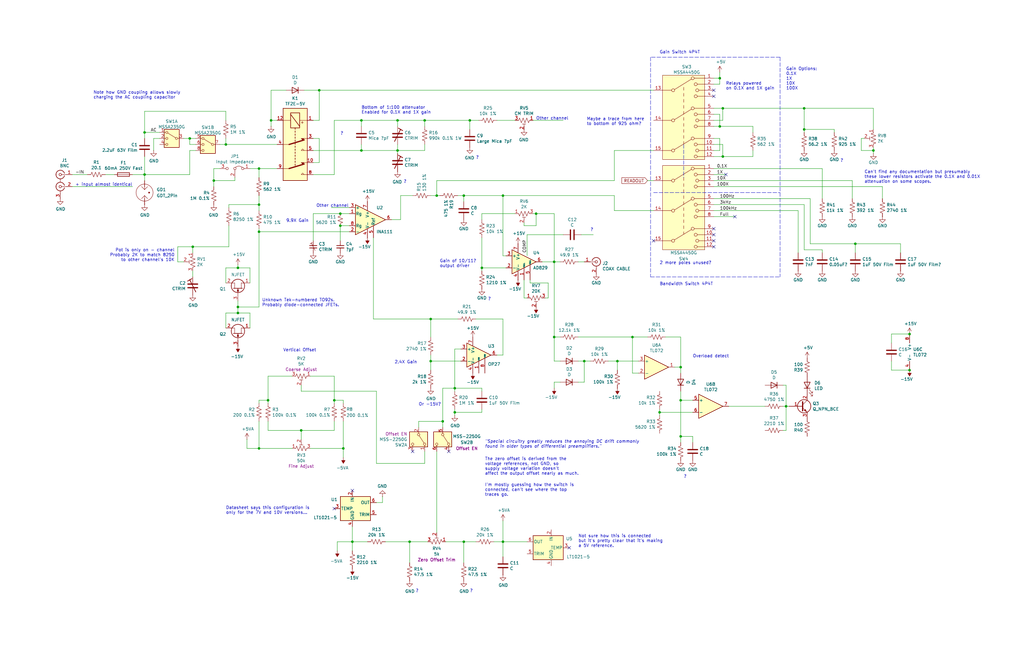
<source format=kicad_sch>
(kicad_sch (version 20231120) (generator "eeschema") (generator_version "8.0")
  (paper "USLedger")
  (title_block (title "Tektronix ADA400A Probe Reverse Engineering") (date "2021-04-18"))
  (lib_symbols
    (symbol "ADA400A-rescue:CTRIM-Device" (pin_numbers hide) (pin_names (offset 0.254) hide)
      (property "Reference" "C" (at 1.524 -2.032 0))
      (property "Value" "Device_CTRIM" (at 3.048 -3.556 0))
      (symbol "CTRIM-Device_1_1"
        (pin passive line (at 0 3.81 270) (length 3.048) (name "~") (number "1"))
        (pin passive line (at 0 -3.81 90) (length 3.048) (name "~") (number "2"))
      )
    )
    (symbol "ADA400A-rescue:CTRIM_Small-Device" (pin_numbers hide) (pin_names (offset 0.254) hide)
      (property "Reference" "C" (at 1.524 -2.032 0))
      (property "Value" "Device_CTRIM_Small" (at 3.048 -3.556 0))
      (symbol "CTRIM_Small-Device_1_1"
        (pin passive line (at 0 2.54 270) (length 2.032) (name "~") (number "1"))
        (pin passive line (at 0 -2.54 90) (length 2.032) (name "~") (number "2"))
      )
    )
    (symbol "Amplifier_Instrumentation:INA128" (pin_names (offset 0.127))
      (property "Reference" "U" (at 3.81 3.175 0))
      (property "Value" "INA128" (at 3.81 -3.175 0))
      (symbol "INA128_1_1"
        (pin passive line (at -7.62 2.54 0) (length 2.54) (name "Rg") (number "1"))
        (pin input line (at -7.62 -5.08 0) (length 2.54) (name "-") (number "2"))
        (pin input line (at -7.62 5.08 0) (length 2.54) (name "+") (number "3"))
        (pin power_in line (at 0 -7.62 90) (length 3.81) (name "V-") (number "4"))
        (pin input line (at 2.54 -7.62 90) (length 5.08) (name "Ref") (number "5"))
        (pin output line (at 10.16 0 180) (length 2.54) (name "~") (number "6"))
        (pin power_in line (at 0 7.62 270) (length 3.81) (name "V+") (number "7"))
        (pin passive line (at -7.62 -2.54 0) (length 2.54) (name "Rg") (number "8"))
      )
    )
    (symbol "Amplifier_Operational:LM741" (pin_names (offset 0.127))
      (property "Reference" "U" (at 0 6.35 0))
      (property "Value" "LM741" (at 0 3.81 0))
      (symbol "LM741_1_1"
        (pin input line (at 0 -7.62 90) (length 5.08) (name "NULL") (number "1"))
        (pin input line (at -7.62 -2.54 0) (length 2.54) (name "-") (number "2"))
        (pin input line (at -7.62 2.54 0) (length 2.54) (name "+") (number "3"))
        (pin power_in line (at -2.54 -7.62 90) (length 3.81) (name "V-") (number "4"))
        (pin input line (at 2.54 -7.62 90) (length 6.35) (name "NULL") (number "5"))
        (pin output line (at 7.62 0 180) (length 2.54) (name "~") (number "6"))
        (pin power_in line (at -2.54 7.62 270) (length 3.81) (name "V+") (number "7"))
        (pin no_connect line (at 0 2.54 270) (length 2.54) hide (name "NC") (number "8"))
      )
    )
    (symbol "Amplifier_Operational:OP07" (pin_names (offset 0.127))
      (property "Reference" "U" (at 1.27 6.35 0))
      (property "Value" "OP07" (at 1.27 3.81 0))
      (symbol "OP07_1_1"
        (pin input line (at 0 -7.62 90) (length 5.08) (name "VOS") (number "1"))
        (pin input line (at -7.62 -2.54 0) (length 2.54) (name "-") (number "2"))
        (pin input line (at -7.62 2.54 0) (length 2.54) (name "+") (number "3"))
        (pin power_in line (at -2.54 -7.62 90) (length 3.81) (name "V-") (number "4"))
        (pin no_connect line (at 0 2.54 270) (length 2.54) hide (name "NC") (number "5"))
        (pin output line (at 7.62 0 180) (length 2.54) (name "~") (number "6"))
        (pin power_in line (at -2.54 7.62 270) (length 3.81) (name "V+") (number "7"))
        (pin input line (at 2.54 -7.62 90) (length 6.35) (name "VOS") (number "8"))
      )
    )
    (symbol "Amplifier_Operational:TL072" (pin_names (offset 0.127))
      (property "Reference" "U" (at 0 5.08 0))
      (property "Value" "TL072" (at 0 -5.08 0))
      (symbol "TL072_1_1"
        (pin output line (at 7.62 0 180) (length 2.54) (name "~") (number "1"))
        (pin input line (at -7.62 -2.54 0) (length 2.54) (name "-") (number "2"))
        (pin input line (at -7.62 2.54 0) (length 2.54) (name "+") (number "3"))
      )
      (symbol "TL072_2_1"
        (pin input line (at -7.62 2.54 0) (length 2.54) (name "+") (number "5"))
        (pin input line (at -7.62 -2.54 0) (length 2.54) (name "-") (number "6"))
        (pin output line (at 7.62 0 180) (length 2.54) (name "~") (number "7"))
      )
      (symbol "TL072_3_1"
        (pin power_in line (at -2.54 -7.62 90) (length 3.81) (name "V-") (number "4"))
        (pin power_in line (at -2.54 7.62 270) (length 3.81) (name "V+") (number "8"))
      )
    )
    (symbol "Connector:Conn_Coaxial" (pin_names (offset 1.016) hide)
      (property "Reference" "J" (at 0.254 3.048 0))
      (property "Value" "Conn_Coaxial" (at 2.921 0 90))
      (symbol "Conn_Coaxial_1_1"
        (pin passive line (at -5.08 0 0) (length 2.54) (name "In") (number "1"))
        (pin passive line (at 0 -5.08 90) (length 2.54) (name "Ext") (number "2"))
      )
    )
    (symbol "Connector:Conn_Coaxial_x2" (pin_names (offset 1.016) hide)
      (property "Reference" "J" (at 0 5.715 0))
      (property "Value" "Conn_Coaxial_x2" (at 2.921 0 90))
      (symbol "Conn_Coaxial_x2_1_1"
        (pin passive line (at -5.08 2.54 0) (length 2.54) (name "IN1") (number "1"))
        (pin passive line (at -5.08 -2.54 0) (length 2.54) (name "IN2") (number "2"))
        (pin passive line (at 0 -7.62 90) (length 2.54) (name "EXT") (number "3"))
      )
    )
    (symbol "Device:C" (pin_numbers hide) (pin_names (offset 0.254))
      (property "Reference" "C" (at 0.635 2.54 0))
      (property "Value" "C" (at 0.635 -2.54 0))
      (symbol "C_1_1"
        (pin passive line (at 0 3.81 270) (length 2.794) (name "~") (number "1"))
        (pin passive line (at 0 -3.81 90) (length 2.794) (name "~") (number "2"))
      )
    )
    (symbol "Device:C_Small" (pin_numbers hide) (pin_names (offset 0.254) hide)
      (property "Reference" "C" (at 0.254 1.778 0))
      (property "Value" "C_Small" (at 0.254 -2.032 0))
      (symbol "C_Small_1_1"
        (pin passive line (at 0 2.54 270) (length 2.032) (name "~") (number "1"))
        (pin passive line (at 0 -2.54 90) (length 2.032) (name "~") (number "2"))
      )
    )
    (symbol "Device:D" (pin_numbers hide) (pin_names (offset 1.016) hide)
      (property "Reference" "D" (at 0 2.54 0))
      (property "Value" "D" (at 0 -2.54 0))
      (symbol "D_1_1"
        (pin passive line (at -3.81 0 0) (length 2.54) (name "K") (number "1"))
        (pin passive line (at 3.81 0 180) (length 2.54) (name "A") (number "2"))
      )
    )
    (symbol "Device:Fuse" (pin_numbers hide) (pin_names (offset 0))
      (property "Reference" "F" (at 2.032 0 90))
      (property "Value" "Fuse" (at -1.905 0 90))
      (symbol "Fuse_1_1"
        (pin passive line (at 0 3.81 270) (length 1.27) (name "~") (number "1"))
        (pin passive line (at 0 -3.81 90) (length 1.27) (name "~") (number "2"))
      )
    )
    (symbol "Device:GDT_2Pin" (pin_numbers hide)
      (property "Reference" "GD" (at 5.08 0 90))
      (property "Value" "GDT_2Pin" (at 7.62 0 90))
      (symbol "GDT_2Pin_1_1"
        (pin passive line (at 0 -5.08 90) (length 2.54) (name "~") (number "1"))
        (pin passive line (at 0 5.08 270) (length 2.54) (name "~") (number "3"))
      )
    )
    (symbol "Device:LED" (pin_numbers hide) (pin_names (offset 1.016) hide)
      (property "Reference" "D" (at 0 2.54 0))
      (property "Value" "LED" (at 0 -2.54 0))
      (symbol "LED_1_1"
        (pin passive line (at -3.81 0 0) (length 2.54) (name "K") (number "1"))
        (pin passive line (at 3.81 0 180) (length 2.54) (name "A") (number "2"))
      )
    )
    (symbol "Device:Q_NPN_BCE" (pin_names (offset 0) hide)
      (property "Reference" "Q" (at 5.08 1.27 0))
      (property "Value" "Q_NPN_BCE" (at 5.08 -1.27 0))
      (symbol "Q_NPN_BCE_1_1"
        (pin input line (at -5.08 0 0) (length 5.715) (name "B") (number "1"))
        (pin passive line (at 2.54 5.08 270) (length 2.54) (name "C") (number "2"))
        (pin passive line (at 2.54 -5.08 90) (length 2.54) (name "E") (number "3"))
      )
    )
    (symbol "Device:R_Potentiometer_Trim_US" (pin_names (offset 1.016) hide)
      (property "Reference" "RV" (at -4.445 0 90))
      (property "Value" "R_Potentiometer_Trim_US" (at -2.54 0 90))
      (symbol "R_Potentiometer_Trim_US_1_1"
        (pin passive line (at 0 3.81 270) (length 1.27) (name "1") (number "1"))
        (pin passive line (at 3.81 0 180) (length 1.27) (name "2") (number "2"))
        (pin passive line (at 0 -3.81 90) (length 1.27) (name "3") (number "3"))
      )
    )
    (symbol "Device:R_Small_US" (pin_numbers hide) (pin_names (offset 0.254) hide)
      (property "Reference" "R" (at 0.762 0.508 0))
      (property "Value" "R_Small_US" (at 0.762 -1.016 0))
      (symbol "R_Small_US_1_1"
        (pin passive line (at 0 2.54 270) (length 1.016) (name "~") (number "1"))
        (pin passive line (at 0 -2.54 90) (length 1.016) (name "~") (number "2"))
      )
    )
    (symbol "Device:R_US" (pin_numbers hide) (pin_names (offset 0))
      (property "Reference" "R" (at 2.54 0 90))
      (property "Value" "R_US" (at -2.54 0 90))
      (symbol "R_US_1_1"
        (pin passive line (at 0 3.81 270) (length 1.27) (name "~") (number "1"))
        (pin passive line (at 0 -3.81 90) (length 1.27) (name "~") (number "2"))
      )
    )
    (symbol "Jumper:Jumper_3_Bridged12" (pin_names (offset 0) hide) (exclude_from_sim yes) (in_bom no)
      (property "Reference" "JP" (at -2.54 -2.54 0))
      (property "Value" "Jumper_3_Bridged12" (at 0 2.794 0))
      (symbol "Jumper_3_Bridged12_1_1"
        (pin passive line (at -6.35 0 0) (length 2.54) (name "A") (number "1"))
        (pin passive line (at 0 -3.81 90) (length 2.54) (name "C") (number "2"))
        (pin passive line (at 6.35 0 180) (length 2.54) (name "B") (number "3"))
      )
    )
    (symbol "Reference_Voltage:LT1019xN8" (pin_names (offset 0.254))
      (property "Reference" "U" (at -7.62 6.35 0))
      (property "Value" "LT1019xN8" (at 7.62 6.35 0))
      (symbol "LT1019xN8_1_0"
        (pin no_connect line (at -5.08 2.54 0) (length 2.54) hide (name "DNC") (number "1"))
        (pin power_in line (at 0 7.62 270) (length 2.54) (name "IN") (number "2"))
        (pin passive line (at -7.62 0 0) (length 2.54) (name "TEMP") (number "3"))
        (pin power_in line (at 0 -7.62 90) (length 2.54) (name "GND") (number "4"))
        (pin passive line (at 10.16 -2.54 180) (length 2.54) (name "TRIM") (number "5"))
        (pin power_out line (at 10.16 2.54 180) (length 2.54) (name "OUT") (number "6"))
        (pin no_connect line (at 7.62 0 180) (length 2.54) hide (name "DNC") (number "7"))
        (pin no_connect line (at -5.08 -2.54 0) (length 2.54) hide (name "DNC") (number "8"))
      )
    )
    (symbol "Relay:EC2-3NU"
      (property "Reference" "K" (at 15.24 8.89 0))
      (property "Value" "EC2-3NU" (at 19.05 6.35 0))
      (symbol "EC2-3NU_1_1"
        (text "+" (at -9.271 2.921 0) (effects (font (size 1.27 1.27))))
        (pin passive line (at -10.16 7.62 270) (length 2.54) (name "~") (number "1"))
        (pin passive line (at 7.62 7.62 270) (length 2.54) (name "~") (number "10"))
        (pin passive line (at -10.16 -7.62 90) (length 2.54) (name "~") (number "12"))
        (pin passive line (at -2.54 7.62 270) (length 2.54) (name "~") (number "3"))
        (pin passive line (at 0 -7.62 90) (length 2.54) (name "~") (number "4"))
        (pin passive line (at 2.54 7.62 270) (length 2.54) (name "~") (number "5"))
        (pin passive line (at 12.7 7.62 270) (length 2.54) (name "~") (number "8"))
        (pin passive line (at 10.16 -7.62 90) (length 2.54) (name "~") (number "9"))
      )
    )
    (symbol "Switch:SW_DP3T" (pin_names (offset 0) hide)
      (property "Reference" "SW" (at 0 5.08 0))
      (property "Value" "SW_DP3T" (at 0 -5.08 0))
      (symbol "SW_DP3T_1_1"
        (pin passive line (at 5.08 2.54 180) (length 2.54) (name "1") (number "1"))
        (pin passive line (at 5.08 0 180) (length 2.54) (name "2") (number "2"))
        (pin passive line (at -5.08 0 0) (length 2.54) (name "3") (number "3"))
        (pin passive line (at 5.08 -2.54 180) (length 2.54) (name "4") (number "4"))
      )
      (symbol "SW_DP3T_2_1"
        (pin passive line (at 5.08 2.54 180) (length 2.54) (name "5") (number "5"))
        (pin passive line (at 5.08 0 180) (length 2.54) (name "6") (number "6"))
        (pin passive line (at -5.08 0 0) (length 2.54) (name "7") (number "7"))
        (pin passive line (at 5.08 -2.54 180) (length 2.54) (name "8") (number "8"))
      )
    )
    (symbol "Switch:SW_DPDT_x2" (pin_names (offset 0) hide)
      (property "Reference" "SW" (at 0 5.08 0))
      (property "Value" "SW_DPDT_x2" (at 0 -5.08 0))
      (symbol "SW_DPDT_x2_1_1"
        (pin passive line (at 5.08 2.54 180) (length 2.54) (name "A") (number "1"))
        (pin passive line (at -5.08 0 0) (length 2.54) (name "B") (number "2"))
        (pin passive line (at 5.08 -2.54 180) (length 2.54) (name "C") (number "3"))
      )
      (symbol "SW_DPDT_x2_2_1"
        (pin passive line (at 5.08 2.54 180) (length 2.54) (name "A") (number "4"))
        (pin passive line (at -5.08 0 0) (length 2.54) (name "B") (number "5"))
        (pin passive line (at 5.08 -2.54 180) (length 2.54) (name "C") (number "6"))
      )
    )
    (symbol "Switch:SW_Rotary_3x4" (pin_names (offset 1.016) hide)
      (property "Reference" "SW" (at 0 20.32 0))
      (property "Value" "SW_Rotary_3x4" (at 0 -17.78 0))
      (symbol "SW_Rotary_3x4_1_1"
        (pin passive line (at 12.7 17.78 180) (length 3.81) (name "1") (number "1"))
        (pin passive line (at 12.7 -10.16 180) (length 3.81) (name "10") (number "10"))
        (pin passive line (at 12.7 -12.7 180) (length 3.81) (name "11") (number "11"))
        (pin passive line (at 12.7 -15.24 180) (length 3.81) (name "12") (number "12"))
        (pin passive line (at -12.7 12.7 0) (length 3.81) (name "13") (number "13"))
        (pin passive line (at -12.7 0 0) (length 3.81) (name "14") (number "14"))
        (pin passive line (at -12.7 -12.7 0) (length 3.81) (name "15") (number "15"))
        (pin passive line (at 12.7 15.24 180) (length 3.81) (name "2") (number "2"))
        (pin passive line (at 12.7 12.7 180) (length 3.81) (name "3") (number "3"))
        (pin passive line (at 12.7 10.16 180) (length 3.81) (name "4") (number "4"))
        (pin passive line (at 12.7 5.08 180) (length 3.81) (name "5") (number "5"))
        (pin passive line (at 12.7 2.54 180) (length 3.81) (name "6") (number "6"))
        (pin passive line (at 12.7 0 180) (length 3.81) (name "7") (number "7"))
        (pin passive line (at 12.7 -2.54 180) (length 3.81) (name "8") (number "8"))
        (pin passive line (at 12.7 -7.62 180) (length 3.81) (name "9") (number "9"))
      )
    )
    (symbol "Transistor_FET:BF545A" (pin_names hide)
      (property "Reference" "Q" (at 5.08 1.905 0))
      (property "Value" "BF545A" (at 5.08 0 0))
      (symbol "BF545A_1_1"
        (pin passive line (at 2.54 -5.08 90) (length 2.54) (name "S") (number "1"))
        (pin passive line (at 2.54 5.08 270) (length 2.54) (name "D") (number "2"))
        (pin input line (at -5.08 0 0) (length 2.54) (name "G") (number "3"))
      )
    )
    (symbol "power:+15V" (power) (pin_numbers hide) (pin_names (offset 0) hide)
      (property "Value" "+15V" (at 0 3.556 0))
      (symbol "+15V_1_1"
        (pin power_in line (at 0 0 90) (length 0) (name "~") (number "1"))
      )
    )
    (symbol "power:+5V" (power) (pin_numbers hide) (pin_names (offset 0) hide)
      (property "Value" "+5V" (at 0 3.556 0))
      (symbol "+5V_1_1"
        (pin power_in line (at 0 0 90) (length 0) (name "~") (number "1"))
      )
    )
    (symbol "power:+5VA" (power) (pin_numbers hide) (pin_names (offset 0) hide)
      (property "Value" "+5VA" (at 0 3.556 0))
      (symbol "+5VA_1_1"
        (pin power_in line (at 0 0 90) (length 0) (name "~") (number "1"))
      )
    )
    (symbol "power:-15V" (power) (pin_numbers hide) (pin_names (offset 0) hide)
      (property "Value" "-15V" (at 0 3.556 0))
      (symbol "-15V_0_0"
        (pin power_in line (at 0 0 90) (length 0) (name "~") (number "1"))
      )
    )
    (symbol "power:-5VA" (power) (pin_numbers hide) (pin_names (offset 0) hide)
      (property "Value" "-5VA" (at 0 3.556 0))
      (symbol "-5VA_0_0"
        (pin power_in line (at 0 0 90) (length 0) (name "~") (number "1"))
      )
    )
    (symbol "power:GND" (power) (pin_numbers hide) (pin_names (offset 0) hide)
      (property "Value" "GND" (at 0 -3.81 0))
      (symbol "GND_1_1"
        (pin power_in line (at 0 0 270) (length 0) (name "~") (number "1"))
      )
    )
  )
  (junction (at 186.69 177.8))
  (junction (at 360.68 102.87))
  (junction (at 143.51 95.25))
  (junction (at 81.28 104.14))
  (junction (at 144.78 189.23))
  (junction (at 383.54 156.21))
  (junction (at 167.64 63.5))
  (junction (at 179.07 50.8))
  (junction (at 287.02 184.15))
  (junction (at 191.77 163.83))
  (junction (at 304.8 66.04))
  (junction (at 148.59 228.6))
  (junction (at 368.3 63.5))
  (junction (at 212.09 228.6))
  (junction (at 167.64 50.8))
  (junction (at 140.97 168.91))
  (junction (at 109.22 97.79))
  (junction (at 134.62 38.1))
  (junction (at 80.01 58.42))
  (junction (at 152.4 63.5))
  (junction (at 233.68 110.49))
  (junction (at 212.09 82.55))
  (junction (at 109.22 189.23))
  (junction (at 287.02 154.94))
  (junction (at 60.96 55.88))
  (junction (at 303.53 33.02))
  (junction (at 95.25 60.96))
  (junction (at 172.72 228.6))
  (junction (at 181.61 152.4))
  (junction (at 195.58 228.6))
  (junction (at 278.13 173.99))
  (junction (at 127 181.61))
  (junction (at 304.8 45.72))
  (junction (at 233.68 142.24))
  (junction (at 100.33 132.08))
  (junction (at 114.3 50.8))
  (junction (at 109.22 86.36))
  (junction (at 109.22 71.12))
  (junction (at 90.17 76.2))
  (junction (at 303.53 53.34))
  (junction (at 60.96 73.66))
  (junction (at 113.03 168.91))
  (junction (at 143.51 90.17))
  (junction (at 260.35 152.4))
  (junction (at 266.7 142.24))
  (junction (at 181.61 134.62))
  (junction (at 100.33 113.03))
  (junction (at 198.12 50.8))
  (junction (at 184.15 82.55))
  (junction (at 383.54 140.97))
  (junction (at 246.38 152.4))
  (junction (at 152.4 50.8))
  (junction (at 226.06 90.17))
  (junction (at 339.09 45.72))
  (junction (at 287.02 168.91))
  (junction (at 331.47 171.45))
  (junction (at 203.2 113.03))
  (junction (at 100.33 129.54))
  (junction (at 191.77 173.99))
  (junction (at 195.58 82.55))
  (junction (at 339.09 54.61))
  (no_connect (at 300.99 104.14))
  (no_connect (at 140.97 214.63))
  (no_connect (at 189.23 190.5))
  (no_connect (at 309.88 91.44))
  (no_connect (at 300.99 99.06))
  (no_connect (at 300.99 40.64))
  (no_connect (at 300.99 101.6))
  (no_connect (at 300.99 38.1))
  (no_connect (at 240.03 231.14))
  (no_connect (at 148.59 207.01))
  (no_connect (at 300.99 96.52))
  (no_connect (at 306.07 73.66))
  (no_connect (at 275.59 101.6))
  (no_connect (at 173.99 190.5))
  (wire (pts (xy 233.68 142.24) (xy 236.22 142.24)))
  (wire (pts (xy 142.24 232.41) (xy 142.24 228.6)))
  (wire (pts (xy 212.09 82.55) (xy 259.08 82.55)))
  (wire (pts (xy 330.2 181.61) (xy 331.47 181.61)))
  (polyline (pts (xy 328.93 24.13) (xy 274.32 24.13)) (stroke (width 0) (type dash)))
  (wire (pts (xy 104.14 185.42) (xy 104.14 189.23)))
  (wire (pts (xy 220.98 125.73) (xy 222.25 125.73)))
  (wire (pts (xy 330.2 171.45) (xy 331.47 171.45)))
  (wire (pts (xy 233.68 142.24) (xy 233.68 152.4)))
  (wire (pts (xy 134.62 58.42) (xy 132.08 58.42)))
  (wire (pts (xy 304.8 60.96) (xy 304.8 66.04)))
  (wire (pts (xy 212.09 228.6) (xy 212.09 219.71)))
  (wire (pts (xy 243.84 152.4) (xy 246.38 152.4)))
  (wire (pts (xy 203.2 92.71) (xy 203.2 90.17)))
  (wire (pts (xy 339.09 86.36) (xy 339.09 105.41)))
  (wire (pts (xy 191.77 163.83) (xy 191.77 165.1)))
  (wire (pts (xy 212.09 228.6) (xy 222.25 228.6)))
  (wire (pts (xy 212.09 149.86) (xy 212.09 134.62)))
  (wire (pts (xy 161.29 212.09) (xy 158.75 212.09)))
  (wire (pts (xy 179.07 60.96) (xy 179.07 63.5)))
  (wire (pts (xy 172.72 228.6) (xy 180.34 228.6)))
  (wire (pts (xy 246.38 161.29) (xy 243.84 161.29)))
  (wire (pts (xy 96.52 95.25) (xy 96.52 104.14)))
  (wire (pts (xy 300.99 88.9) (xy 336.55 88.9)))
  (polyline (pts (xy 328.93 24.13) (xy 328.93 116.84)) (stroke (width 0) (type dash)))
  (wire (pts (xy 287.02 154.94) (xy 287.02 142.24)))
  (wire (pts (xy 300.99 76.2) (xy 359.41 76.2)))
  (wire (pts (xy 287.02 168.91) (xy 287.02 184.15)))
  (wire (pts (xy 60.96 58.42) (xy 60.96 55.88)))
  (wire (pts (xy 144.78 168.91) (xy 144.78 170.18)))
  (wire (pts (xy 212.09 234.95) (xy 212.09 228.6)))
  (wire (pts (xy 186.69 163.83) (xy 186.69 177.8)))
  (wire (pts (xy 304.8 50.8) (xy 304.8 45.72)))
  (wire (pts (xy 95.25 60.96) (xy 92.71 60.96)))
  (wire (pts (xy 217.17 50.8) (xy 209.55 50.8)))
  (wire (pts (xy 287.02 165.1) (xy 287.02 168.91)))
  (wire (pts (xy 331.47 171.45) (xy 331.47 162.56)))
  (wire (pts (xy 81.28 104.14) (xy 74.93 104.14)))
  (wire (pts (xy 203.2 165.1) (xy 203.2 163.83)))
  (wire (pts (xy 287.02 184.15) (xy 292.1 184.15)))
  (wire (pts (xy 184.15 82.55) (xy 185.42 82.55)))
  (wire (pts (xy 64.77 58.42) (xy 67.31 58.42)))
  (wire (pts (xy 148.59 228.6) (xy 142.24 228.6)))
  (wire (pts (xy 360.68 102.87) (xy 379.73 102.87)))
  (wire (pts (xy 300.99 48.26) (xy 303.53 48.26)))
  (wire (pts (xy 287.02 184.15) (xy 287.02 186.69)))
  (wire (pts (xy 109.22 168.91) (xy 113.03 168.91)))
  (wire (pts (xy 148.59 232.41) (xy 148.59 228.6)))
  (wire (pts (xy 64.77 58.42) (xy 64.77 63.5)))
  (wire (pts (xy 100.33 132.08) (xy 105.41 132.08)))
  (wire (pts (xy 300.99 83.82) (xy 341.63 83.82)))
  (wire (pts (xy 368.3 63.5) (xy 368.3 62.23)))
  (polyline (pts (xy 288.29 60.96) (xy 288.29 74.93)) (stroke (width 0) (type dash)))
  (wire (pts (xy 140.97 50.8) (xy 140.97 73.66)))
  (wire (pts (xy 303.53 63.5) (xy 300.99 63.5)))
  (wire (pts (xy 195.58 82.55) (xy 212.09 82.55)))
  (wire (pts (xy 259.08 88.9) (xy 275.59 88.9)))
  (wire (pts (xy 95.25 50.8) (xy 95.25 46.99)))
  (wire (pts (xy 167.64 60.96) (xy 167.64 63.5)))
  (wire (pts (xy 341.63 102.87) (xy 360.68 102.87)))
  (wire (pts (xy 304.8 45.72) (xy 339.09 45.72)))
  (wire (pts (xy 113.03 168.91) (xy 113.03 158.75)))
  (wire (pts (xy 96.52 86.36) (xy 109.22 86.36)))
  (wire (pts (xy 198.12 50.8) (xy 198.12 54.61)))
  (wire (pts (xy 201.93 50.8) (xy 198.12 50.8)))
  (wire (pts (xy 331.47 162.56) (xy 330.2 162.56)))
  (wire (pts (xy 134.62 38.1) (xy 134.62 50.8)))
  (wire (pts (xy 220.98 118.11) (xy 220.98 125.73)))
  (wire (pts (xy 331.47 181.61) (xy 331.47 171.45)))
  (wire (pts (xy 147.32 90.17) (xy 143.51 90.17)))
  (wire (pts (xy 375.92 140.97) (xy 383.54 140.97)))
  (wire (pts (xy 181.61 134.62) (xy 193.04 134.62)))
  (wire (pts (xy 260.35 152.4) (xy 269.24 152.4)))
  (wire (pts (xy 223.52 118.11) (xy 223.52 119.38)))
  (wire (pts (xy 303.53 53.34) (xy 317.5 53.34)))
  (wire (pts (xy 246.38 110.49) (xy 243.84 110.49)))
  (wire (pts (xy 109.22 74.93) (xy 109.22 71.12)))
  (wire (pts (xy 220.98 93.98) (xy 220.98 95.25)))
  (wire (pts (xy 339.09 105.41) (xy 346.71 105.41)))
  (wire (pts (xy 360.68 102.87) (xy 360.68 106.68)))
  (wire (pts (xy 134.62 50.8) (xy 132.08 50.8)))
  (wire (pts (xy 113.03 181.61) (xy 127 181.61)))
  (wire (pts (xy 303.53 33.02) (xy 300.99 33.02)))
  (wire (pts (xy 233.68 90.17) (xy 226.06 90.17)))
  (wire (pts (xy 226.06 95.25) (xy 226.06 90.17)))
  (wire (pts (xy 236.22 161.29) (xy 233.68 161.29)))
  (wire (pts (xy 233.68 161.29) (xy 233.68 163.83)))
  (wire (pts (xy 148.59 228.6) (xy 154.94 228.6)))
  (wire (pts (xy 114.3 38.1) (xy 120.65 38.1)))
  (wire (pts (xy 113.03 177.8) (xy 113.03 181.61)))
  (wire (pts (xy 187.96 228.6) (xy 195.58 228.6)))
  (wire (pts (xy 96.52 104.14) (xy 81.28 104.14)))
  (wire (pts (xy 203.2 90.17) (xy 217.17 90.17)))
  (wire (pts (xy 346.71 105.41) (xy 346.71 106.68)))
  (wire (pts (xy 105.41 132.08) (xy 105.41 138.43)))
  (wire (pts (xy 359.41 76.2) (xy 359.41 83.82)))
  (wire (pts (xy 100.33 113.03) (xy 105.41 113.03)))
  (wire (pts (xy 193.04 82.55) (xy 195.58 82.55)))
  (wire (pts (xy 140.97 73.66) (xy 132.08 73.66)))
  (wire (pts (xy 176.53 180.34) (xy 176.53 177.8)))
  (wire (pts (xy 184.15 190.5) (xy 184.15 224.79)))
  (wire (pts (xy 60.96 76.2) (xy 60.96 73.66)))
  (wire (pts (xy 144.78 189.23) (xy 144.78 177.8)))
  (wire (pts (xy 351.79 54.61) (xy 351.79 55.88)))
  (wire (pts (xy 95.25 58.42) (xy 95.25 60.96)))
  (wire (pts (xy 287.02 157.48) (xy 287.02 154.94)))
  (wire (pts (xy 179.07 50.8) (xy 179.07 53.34)))
  (wire (pts (xy 157.48 134.62) (xy 181.61 134.62)))
  (wire (pts (xy 60.96 46.99) (xy 60.96 55.88)))
  (wire (pts (xy 114.3 50.8) (xy 114.3 53.34)))
  (wire (pts (xy 317.5 63.5) (xy 317.5 66.04)))
  (wire (pts (xy 303.53 48.26) (xy 303.53 53.34)))
  (wire (pts (xy 113.03 168.91) (xy 113.03 170.18)))
  (wire (pts (xy 375.92 156.21) (xy 383.54 156.21)))
  (wire (pts (xy 127 165.1) (xy 158.75 165.1)))
  (wire (pts (xy 127 162.56) (xy 127 165.1)))
  (wire (pts (xy 181.61 82.55) (xy 184.15 82.55)))
  (wire (pts (xy 95.25 119.38) (xy 95.25 113.03)))
  (wire (pts (xy 95.25 132.08) (xy 100.33 132.08)))
  (wire (pts (xy 90.17 71.12) (xy 90.17 76.2)))
  (wire (pts (xy 165.1 92.71) (xy 168.91 92.71)))
  (wire (pts (xy 143.51 101.6) (xy 143.51 95.25)))
  (wire (pts (xy 148.59 222.25) (xy 148.59 228.6)))
  (wire (pts (xy 245.11 99.06) (xy 250.19 99.06)))
  (wire (pts (xy 140.97 181.61) (xy 127 181.61)))
  (wire (pts (xy 259.08 76.2) (xy 259.08 63.5)))
  (wire (pts (xy 236.22 110.49) (xy 233.68 110.49)))
  (wire (pts (xy 208.28 228.6) (xy 212.09 228.6)))
  (wire (pts (xy 368.3 64.77) (xy 368.3 63.5)))
  (wire (pts (xy 74.93 104.14) (xy 74.93 110.49)))
  (wire (pts (xy 134.62 68.58) (xy 134.62 58.42)))
  (wire (pts (xy 266.7 157.48) (xy 269.24 157.48)))
  (wire (pts (xy 179.07 63.5) (xy 167.64 63.5)))
  (wire (pts (xy 96.52 87.63) (xy 96.52 86.36)))
  (wire (pts (xy 287.02 142.24) (xy 280.67 142.24)))
  (wire (pts (xy 80.01 73.66) (xy 80.01 63.5)))
  (wire (pts (xy 300.99 86.36) (xy 339.09 86.36)))
  (wire (pts (xy 167.64 50.8) (xy 179.07 50.8)))
  (wire (pts (xy 346.71 71.12) (xy 346.71 83.82)))
  (wire (pts (xy 81.28 114.3) (xy 81.28 116.84)))
  (wire (pts (xy 339.09 55.88) (xy 339.09 54.61)))
  (wire (pts (xy 203.2 114.3) (xy 203.2 113.03)))
  (wire (pts (xy 114.3 38.1) (xy 114.3 50.8)))
  (wire (pts (xy 186.69 163.83) (xy 191.77 163.83)))
  (wire (pts (xy 176.53 177.8) (xy 186.69 177.8)))
  (wire (pts (xy 213.36 107.95) (xy 212.09 107.95)))
  (wire (pts (xy 364.49 58.42) (xy 363.22 58.42)))
  (wire (pts (xy 140.97 168.91) (xy 144.78 168.91)))
  (wire (pts (xy 130.81 189.23) (xy 144.78 189.23)))
  (wire (pts (xy 127 181.61) (xy 127 185.42)))
  (wire (pts (xy 74.93 110.49) (xy 77.47 110.49)))
  (wire (pts (xy 224.79 50.8) (xy 237.49 50.8)))
  (wire (pts (xy 303.53 53.34) (xy 300.99 53.34)))
  (wire (pts (xy 168.91 92.71) (xy 168.91 82.55)))
  (wire (pts (xy 203.2 113.03) (xy 213.36 113.03)))
  (wire (pts (xy 161.29 209.55) (xy 161.29 212.09)))
  (wire (pts (xy 30.48 73.66) (xy 36.83 73.66)))
  (wire (pts (xy 140.97 50.8) (xy 152.4 50.8)))
  (wire (pts (xy 287.02 168.91) (xy 292.1 168.91)))
  (wire (pts (xy 109.22 71.12) (xy 105.41 71.12)))
  (wire (pts (xy 233.68 152.4) (xy 236.22 152.4)))
  (wire (pts (xy 30.48 78.74) (xy 55.88 78.74)))
  (wire (pts (xy 109.22 82.55) (xy 109.22 86.36)))
  (wire (pts (xy 152.4 50.8) (xy 167.64 50.8)))
  (wire (pts (xy 237.49 99.06) (xy 222.25 99.06)))
  (wire (pts (xy 181.61 134.62) (xy 181.61 142.24)))
  (wire (pts (xy 372.11 78.74) (xy 372.11 83.82)))
  (wire (pts (xy 260.35 156.21) (xy 260.35 152.4)))
  (wire (pts (xy 375.92 152.4) (xy 375.92 156.21)))
  (wire (pts (xy 195.58 82.55) (xy 195.58 85.09)))
  (wire (pts (xy 172.72 237.49) (xy 172.72 228.6)))
  (wire (pts (xy 100.33 129.54) (xy 100.33 132.08)))
  (wire (pts (xy 266.7 142.24) (xy 266.7 157.48)))
  (wire (pts (xy 128.27 38.1) (xy 134.62 38.1)))
  (wire (pts (xy 99.06 74.93) (xy 99.06 76.2)))
  (wire (pts (xy 162.56 228.6) (xy 172.72 228.6)))
  (wire (pts (xy 203.2 100.33) (xy 203.2 113.03)))
  (wire (pts (xy 223.52 119.38) (xy 231.14 119.38)))
  (wire (pts (xy 200.66 228.6) (xy 195.58 228.6)))
  (wire (pts (xy 317.5 66.04) (xy 304.8 66.04)))
  (wire (pts (xy 273.05 142.24) (xy 266.7 142.24)))
  (wire (pts (xy 292.1 184.15) (xy 292.1 186.69)))
  (wire (pts (xy 100.33 113.03) (xy 100.33 111.76)))
  (wire (pts (xy 130.81 158.75) (xy 140.97 158.75)))
  (wire (pts (xy 256.54 152.4) (xy 260.35 152.4)))
  (wire (pts (xy 300.99 45.72) (xy 304.8 45.72)))
  (wire (pts (xy 307.34 171.45) (xy 322.58 171.45)))
  (wire (pts (xy 300.99 50.8) (xy 304.8 50.8)))
  (wire (pts (xy 339.09 45.72) (xy 368.3 45.72)))
  (wire (pts (xy 292.1 173.99) (xy 278.13 173.99)))
  (wire (pts (xy 303.53 33.02) (xy 303.53 35.56)))
  (wire (pts (xy 158.75 165.1) (xy 158.75 195.58)))
  (wire (pts (xy 259.08 63.5) (xy 275.59 63.5)))
  (wire (pts (xy 152.4 63.5) (xy 167.64 63.5)))
  (wire (pts (xy 132.08 101.6) (xy 132.08 90.17)))
  (polyline (pts (xy 274.32 24.13) (xy 274.32 116.84)) (stroke (width 0) (type dash)))
  (wire (pts (xy 212.09 107.95) (xy 212.09 82.55)))
  (wire (pts (xy 339.09 45.72) (xy 339.09 54.61)))
  (wire (pts (xy 341.63 83.82) (xy 341.63 102.87)))
  (wire (pts (xy 203.2 163.83) (xy 191.77 163.83)))
  (wire (pts (xy 109.22 177.8) (xy 109.22 189.23)))
  (wire (pts (xy 132.08 63.5) (xy 152.4 63.5)))
  (wire (pts (xy 116.84 60.96) (xy 95.25 60.96)))
  (wire (pts (xy 300.99 73.66) (xy 306.07 73.66)))
  (wire (pts (xy 203.2 173.99) (xy 203.2 172.72)))
  (wire (pts (xy 317.5 53.34) (xy 317.5 55.88)))
  (wire (pts (xy 80.01 58.42) (xy 77.47 58.42)))
  (wire (pts (xy 132.08 68.58) (xy 134.62 68.58)))
  (wire (pts (xy 144.78 193.04) (xy 144.78 189.23)))
  (wire (pts (xy 231.14 119.38) (xy 231.14 125.73)))
  (wire (pts (xy 300.99 78.74) (xy 372.11 78.74)))
  (wire (pts (xy 147.32 87.63) (xy 139.7 87.63)))
  (wire (pts (xy 300.99 71.12) (xy 346.71 71.12)))
  (wire (pts (xy 100.33 129.54) (xy 109.22 129.54)))
  (wire (pts (xy 179.07 50.8) (xy 198.12 50.8)))
  (wire (pts (xy 231.14 125.73) (xy 229.87 125.73)))
  (wire (pts (xy 100.33 127) (xy 100.33 129.54)))
  (wire (pts (xy 143.51 95.25) (xy 147.32 95.25)))
  (wire (pts (xy 184.15 82.55) (xy 184.15 76.2)))
  (wire (pts (xy 140.97 170.18) (xy 140.97 168.91)))
  (wire (pts (xy 82.55 58.42) (xy 80.01 58.42)))
  (wire (pts (xy 336.55 88.9) (xy 336.55 106.68)))
  (wire (pts (xy 109.22 170.18) (xy 109.22 168.91)))
  (wire (pts (xy 48.26 73.66) (xy 44.45 73.66)))
  (wire (pts (xy 109.22 96.52) (xy 109.22 97.79)))
  (wire (pts (xy 80.01 63.5) (xy 82.55 63.5)))
  (wire (pts (xy 273.05 76.2) (xy 275.59 76.2)))
  (wire (pts (xy 134.62 38.1) (xy 275.59 38.1)))
  (wire (pts (xy 233.68 110.49) (xy 233.68 90.17)))
  (wire (pts (xy 339.09 54.61) (xy 351.79 54.61)))
  (wire (pts (xy 158.75 195.58) (xy 179.07 195.58)))
  (wire (pts (xy 113.03 158.75) (xy 123.19 158.75)))
  (wire (pts (xy 116.84 71.12) (xy 109.22 71.12)))
  (wire (pts (xy 157.48 134.62) (xy 157.48 100.33)))
  (wire (pts (xy 363.22 58.42) (xy 363.22 63.5)))
  (wire (pts (xy 248.92 152.4) (xy 246.38 152.4)))
  (wire (pts (xy 300.99 60.96) (xy 304.8 60.96)))
  (wire (pts (xy 212.09 149.86) (xy 209.55 149.86)))
  (wire (pts (xy 132.08 90.17) (xy 143.51 90.17)))
  (wire (pts (xy 186.69 177.8) (xy 186.69 180.34)))
  (wire (pts (xy 179.07 195.58) (xy 179.07 190.5)))
  (wire (pts (xy 167.64 53.34) (xy 167.64 50.8)))
  (wire (pts (xy 99.06 76.2) (xy 90.17 76.2)))
  (wire (pts (xy 114.3 50.8) (xy 116.84 50.8)))
  (wire (pts (xy 104.14 189.23) (xy 109.22 189.23)))
  (wire (pts (xy 181.61 152.4) (xy 194.31 152.4)))
  (wire (pts (xy 191.77 172.72) (xy 191.77 173.99)))
  (wire (pts (xy 60.96 73.66) (xy 80.01 73.66)))
  (wire (pts (xy 195.58 228.6) (xy 195.58 237.49)))
  (wire (pts (xy 300.99 91.44) (xy 309.88 91.44)))
  (wire (pts (xy 278.13 173.99) (xy 278.13 175.26)))
  (wire (pts (xy 243.84 142.24) (xy 266.7 142.24)))
  (wire (pts (xy 109.22 86.36) (xy 109.22 88.9)))
  (wire (pts (xy 60.96 73.66) (xy 55.88 73.66)))
  (wire (pts (xy 109.22 129.54) (xy 109.22 97.79)))
  (wire (pts (xy 303.53 35.56) (xy 300.99 35.56)))
  (polyline (pts (xy 274.32 116.84) (xy 328.93 116.84)) (stroke (width 0) (type dash)))
  (wire (pts (xy 80.01 58.42) (xy 80.01 60.96)))
  (wire (pts (xy 304.8 66.04) (xy 300.99 66.04)))
  (wire (pts (xy 259.08 82.55) (xy 259.08 88.9)))
  (wire (pts (xy 191.77 173.99) (xy 203.2 173.99)))
  (wire (pts (xy 226.06 90.17) (xy 224.79 90.17)))
  (wire (pts (xy 233.68 110.49) (xy 233.68 142.24)))
  (wire (pts (xy 303.53 58.42) (xy 303.53 63.5)))
  (wire (pts (xy 300.99 58.42) (xy 303.53 58.42)))
  (wire (pts (xy 375.92 144.78) (xy 375.92 140.97)))
  (wire (pts (xy 194.31 147.32) (xy 191.77 147.32)))
  (wire (pts (xy 95.25 46.99) (xy 60.96 46.99)))
  (wire (pts (xy 168.91 82.55) (xy 173.99 82.55)))
  (wire (pts (xy 80.01 60.96) (xy 82.55 60.96)))
  (wire (pts (xy 152.4 63.5) (xy 152.4 60.96)))
  (wire (pts (xy 278.13 172.72) (xy 278.13 173.99)))
  (wire (pts (xy 191.77 147.32) (xy 191.77 163.83)))
  (wire (pts (xy 109.22 189.23) (xy 123.19 189.23)))
  (wire (pts (xy 363.22 63.5) (xy 368.3 63.5)))
  (wire (pts (xy 284.48 154.94) (xy 287.02 154.94)))
  (wire (pts (xy 303.53 30.48) (xy 303.53 33.02)))
  (wire (pts (xy 228.6 110.49) (xy 233.68 110.49)))
  (wire (pts (xy 246.38 152.4) (xy 246.38 161.29)))
  (wire (pts (xy 92.71 71.12) (xy 90.17 71.12)))
  (wire (pts (xy 181.61 156.21) (xy 181.61 152.4)))
  (wire (pts (xy 140.97 177.8) (xy 140.97 181.61)))
  (polyline (pts (xy 275.59 81.28) (xy 328.93 81.28)) (stroke (width 0) (type dash)))
  (wire (pts (xy 181.61 152.4) (xy 181.61 149.86)))
  (wire (pts (xy 167.64 63.5) (xy 167.64 64.77)))
  (wire (pts (xy 212.09 134.62) (xy 200.66 134.62)))
  (wire (pts (xy 60.96 55.88) (xy 67.31 55.88)))
  (wire (pts (xy 60.96 73.66) (xy 60.96 66.04)))
  (wire (pts (xy 191.77 173.99) (xy 191.77 175.26)))
  (wire (pts (xy 140.97 158.75) (xy 140.97 168.91)))
  (wire (pts (xy 368.3 45.72) (xy 368.3 54.61)))
  (wire (pts (xy 184.15 76.2) (xy 259.08 76.2)))
  (wire (pts (xy 95.25 113.03) (xy 100.33 113.03)))
  (wire (pts (xy 105.41 113.03) (xy 105.41 119.38)))
  (wire (pts (xy 109.22 97.79) (xy 147.32 97.79)))
  (wire (pts (xy 95.25 138.43) (xy 95.25 132.08)))
  (wire (pts (xy 379.73 102.87) (xy 379.73 106.68)))
  (wire (pts (xy 81.28 106.68) (xy 81.28 104.14)))
  (wire (pts (xy 152.4 53.34) (xy 152.4 50.8)))
  (wire (pts (xy 222.25 99.06) (xy 222.25 107.95)))
  (wire (pts (xy 90.17 76.2) (xy 90.17 78.74)))
  (wire (pts (xy 331.47 171.45) (xy 332.74 171.45)))
  (wire (pts (xy 220.98 95.25) (xy 226.06 95.25)))
  (text "Not sure how this is connected\nbut it's pretty clear that it's making\na 5V reference." (at 243.84 231.14 0) (effects (font (size 1.27 1.27)) (justify left bottom)))
  (text "Bottom of 1:100 attenuator\nEnabled for 0.1X and 1X gain" (at 152.4 48.26 0) (effects (font (size 1.27 1.27)) (justify left bottom)))
  (text "?" (at 143.51 57.15 0) (effects (font (size 1.27 1.27)) (justify left bottom)))
  (text "?" (at 288.29 201.93 0) (effects (font (size 1.27 1.27)) (justify left bottom)))
  (text "?" (at 248.92 97.79 0) (effects (font (size 1.27 1.27)) (justify left bottom)))
  (text "Other channel" (at 226.06 50.8 0) (effects (font (size 1.27 1.27)) (justify left bottom)))
  (text "?" (at 198.12 250.19 0) (effects (font (size 1.27 1.27)) (justify left bottom)))
  (text "\"Special circuitry greatly reduces the annoying DC drift commonly\nfound in older types of differential preamplifiers.\"" (at 204.47 189.23 0) (effects (font (size 1.27 1.27) (italic yes)) (justify left bottom)))
  (text "9.9X Gain" (at 120.65 93.98 0) (effects (font (size 1.27 1.27)) (justify left bottom)))
  (text "Or -15V?" (at 176.53 171.45 0) (effects (font (size 1.27 1.27)) (justify left bottom)))
  (text "?" (at 200.66 67.31 0) (effects (font (size 1.27 1.27)) (justify left bottom)))
  (text "Vertical Offset" (at 119.38 148.59 0) (effects (font (size 1.27 1.27)) (justify left bottom)))
  (text "Gain of 10/11?\noutput driver" (at 185.42 113.03 0) (effects (font (size 1.27 1.27)) (justify left bottom)))
  (text "2 more poles unused?" (at 278.13 111.76 0) (effects (font (size 1.27 1.27)) (justify left bottom)))
  (text "Datasheet says this configuration is\nonly for the 7V and 10V versions..." (at 95.25 217.17 0) (effects (font (size 1.27 1.27)) (justify left bottom)))
  (text "Gain Switch 4P4T" (at 278.13 22.86 0) (effects (font (size 1.27 1.27)) (justify left bottom)))
  (text "2.4X Gain" (at 166.37 153.67 0) (effects (font (size 1.27 1.27)) (justify left bottom)))
  (text "I'm mostly guessing how the switch is\nconnected, can't see where the top\ntraces go." (at 204.47 209.55 0) (effects (font (size 1.27 1.27)) (justify left bottom)))
  (text "?" (at 354.33 68.58 0) (effects (font (size 1.27 1.27)) (justify left bottom)))
  (text "Can't find any documentation but presumably\nthese lower resistors activate the 0.1X and 0.01X \nattenuation on some scopes." (at 364.49 77.47 0) (effects (font (size 1.27 1.27)) (justify left bottom)))
  (text "Maybe a trace from here\nto bottom of 925 ohm?" (at 247.396 53.086 0) (effects (font (size 1.27 1.27)) (justify left bottom)))
  (text "Pot is only on - channel\nProbably 2K to match 8250\nto other channel's 10K" (at 73.66 110.49 0) (effects (font (size 1.27 1.27)) (justify right bottom)))
  (text "Note how GND coupling allows slowly\ncharging the AC coupling capacitor" (at 39.37 41.91 0) (effects (font (size 1.27 1.27)) (justify left bottom)))
  (text "The zero offset is derived from the\nvoltage references, not GND, so\nsupply voltage variation doesn't\naffect the output offset nearly as much." (at 204.47 200.66 0) (effects (font (size 1.27 1.27)) (justify left bottom)))
  (text "Unknown Tek-numbered TO92s.\nProbably diode-connected JFETs." (at 110.49 129.54 0) (effects (font (size 1.27 1.27)) (justify left bottom)))
  (text "Relays powered\non 0.1X and 1X gain" (at 306.07 38.1 0) (effects (font (size 1.27 1.27)) (justify left bottom)))
  (text "?" (at 175.26 250.19 0) (effects (font (size 1.27 1.27)) (justify left bottom)))
  (text "Other channel" (at 133.35 87.63 0) (effects (font (size 1.27 1.27)) (justify left bottom)))
  (text "Bandwidth Switch 4P4T" (at 278.13 120.65 0) (effects (font (size 1.27 1.27)) (justify left bottom)))
  (text "Overload detect" (at 292.1 151.13 0) (effects (font (size 1.27 1.27)) (justify left bottom)))
  (text "+ input almost identical" (at 31.75 78.74 0) (effects (font (size 1.27 1.27)) (justify left bottom)))
  (text "?" (at 205.74 127 0) (effects (font (size 1.27 1.27)) (justify left bottom)))
  (text "Gain Options:\n0.1X\n1X\n10X\n100X" (at 331.47 38.1 0) (effects (font (size 1.27 1.27)) (justify left bottom)))
  (text "?" (at 170.18 77.47 0) (effects (font (size 1.27 1.27)) (justify left bottom)))
  (label "AC" (at 63.5 55.88 0))
  (label "100kHz" (at 303.53 88.9 0))
  (label "100X" (at 302.26 78.74 0))
  (label "-IN" (at 31.75 73.66 0))
  (label "0.1X" (at 302.26 71.12 0))
  (label "COMP" (at 222.25 106.68 90))
  (label "1X" (at 302.26 73.66 0))
  (label "3kHz" (at 303.53 86.36 0))
  (label "100Hz" (at 303.53 83.82 0))
  (label "10X" (at 302.26 76.2 0))
  (label "Full" (at 303.53 91.44 0))
  (global_label "READOUT" (shape input) (at 273.05 76.2 180) (property "Intersheetrefs" "${INTERSHEET_REFS}" (effects (hide yes))))
  (symbol (lib_id "Connector:Conn_Coaxial_x2") (at 25.4 76.2 0) (mirror y) (unit 1)
    (property "Reference" "J1" (at 27.2288 67.6148 0))
    (property "Value" "BNC" (at 27.2288 69.9262 0))
    (property "Datasheet" " ~" (effects (hide yes)))
  )
  (symbol (lib_id "power:GND") (at 25.4 83.82 0) (unit 1)
    (property "Reference" "#PWR01" (effects (hide yes)))
    (property "Value" "GND" (at 25.527 88.2142 0))
  )
  (symbol (lib_id "Device:R_US") (at 40.64 73.66 270) (unit 1)
    (property "Reference" "R1" (at 40.64 68.453 90))
    (property "Value" "20.1" (at 40.64 70.7644 90))
  )
  (symbol (lib_id "Device:Fuse") (at 52.07 73.66 270) (unit 1)
    (property "Reference" "F1" (at 52.07 68.6562 90))
    (property "Value" "60mA 250V Fast" (at 52.07 70.9676 90))
  )
  (symbol (lib_id "power:GND") (at 60.96 86.36 0) (unit 1)
    (property "Reference" "#PWR02" (effects (hide yes)))
    (property "Value" "GND" (at 61.087 90.7542 0))
  )
  (symbol (lib_id "Switch:SW_DP3T") (at 87.63 60.96 0) (mirror y) (unit 2)
    (property "Reference" "SW1" (at 87.63 53.7718 0))
    (property "Value" "MSSA2350G" (at 87.63 56.0832 0))
  )
  (symbol (lib_id "Switch:SW_DP3T") (at 72.39 58.42 0) (mirror y) (unit 1)
    (property "Reference" "SW1" (at 72.39 51.2318 0))
    (property "Value" "MSSA2350G" (at 72.39 53.5432 0))
  )
  (symbol (lib_id "Device:C") (at 60.96 62.23 0) (mirror y) (unit 1)
    (property "Reference" "C1" (at 58.039 61.0616 0) (effects (justify left)))
    (property "Value" "2.2uF 63V Film" (at 58.039 63.373 0) (effects (justify left)))
  )
  (symbol (lib_id "Device:R_US") (at 95.25 54.61 180) (unit 1)
    (property "Reference" "R5" (at 96.9772 53.4416 0) (effects (justify right)))
    (property "Value" "1M 1%" (at 96.9772 55.753 0) (effects (justify right)))
  )
  (symbol (lib_id "Relay:EC2-3NU") (at 124.46 60.96 270) (unit 1)
    (property "Reference" "K1" (at 124.46 41.4782 90))
    (property "Value" "TF2E-5V" (at 124.46 43.7896 90))
    (property "Footprint" "Relay_THT:Relay_DPDT_Kemet_EC2" (effects (hide yes)))
    (property "Datasheet" "https://content.kemet.com/datasheets/KEM_R7002_EC2_EE2.pdf" (effects (hide yes)))
  )
  (symbol (lib_id "power:GND") (at 114.3 53.34 0) (unit 1)
    (property "Reference" "#PWR011" (effects (hide yes)))
    (property "Value" "GND" (at 114.427 57.7342 0))
  )
  (symbol (lib_id "power:+5V") (at 340.36 151.13 0) (unit 1)
    (property "Reference" "#PWR042" (effects (hide yes)))
    (property "Value" "+5V" (at 340.741 146.7358 0))
  )
  (symbol (lib_id "Device:D") (at 124.46 38.1 180) (unit 1)
    (property "Reference" "D1" (at 124.46 32.5882 0))
    (property "Value" "D" (at 124.46 34.8996 0))
  )
  (symbol (lib_id "Device:R_US") (at 90.17 82.55 0) (mirror x) (unit 1)
    (property "Reference" "R4" (at 88.4428 81.3816 0) (effects (justify right)))
    (property "Value" "1M 0.1%" (at 88.4428 83.693 0) (effects (justify right)))
  )
  (symbol (lib_id "power:GND") (at 90.17 86.36 0) (mirror y) (unit 1)
    (property "Reference" "#PWR07" (effects (hide yes)))
    (property "Value" "GND" (at 90.043 90.7542 0))
  )
  (symbol (lib_id "Transistor_FET:BF545A") (at 100.33 121.92 90) (unit 1)
    (property "Reference" "Q1" (at 93.98 121.92 90))
    (property "Value" "NJFET" (at 100.33 115.9002 90))
    (property "Footprint" "Package_TO_SOT_SMD:SOT-23" (effects (hide yes)))
    (property "Datasheet" "https://www.nxp.com/docs/en/data-sheet/BF545A_BF545B_BF545C.pdf" (effects (hide yes)))
  )
  (symbol (lib_id "Jumper:Jumper_3_Bridged12") (at 99.06 71.12 0) (mirror y) (unit 1) (exclude_from_sim yes) (in_bom no)
    (property "Reference" "JP1" (at 99.06 65.9384 0))
    (property "Value" "Input Impedance" (at 99.06 68.2498 0))
  )
  (symbol (lib_id "Device:C") (at 152.4 57.15 0) (unit 1)
    (property "Reference" "C5" (at 155.321 55.9816 0) (effects (justify left)))
    (property "Value" "Mica ?pF" (at 155.321 58.293 0) (effects (justify left)))
  )
  (symbol (lib_id "Device:R_US") (at 109.22 78.74 0) (unit 1)
    (property "Reference" "R9" (at 110.9472 77.5716 0) (effects (justify left)))
    (property "Value" "562 1%" (at 110.9472 79.883 0) (effects (justify left)))
  )
  (symbol (lib_id "Device:R_US") (at 109.22 92.71 0) (unit 1)
    (property "Reference" "R10" (at 110.9472 91.5416 0) (effects (justify left)))
    (property "Value" "475 1%" (at 110.9472 93.853 0) (effects (justify left)))
  )
  (symbol (lib_id "Device:R_US") (at 96.52 91.44 0) (unit 1)
    (property "Reference" "R6" (at 98.2472 90.2716 0) (effects (justify left)))
    (property "Value" "8250 1%" (at 98.2472 92.583 0) (effects (justify left)))
  )
  (symbol (lib_id "Amplifier_Instrumentation:INA128") (at 154.94 92.71 0) (unit 1)
    (property "Reference" "U2" (at 158.75 87.63 0) (effects (justify left)))
    (property "Value" "INA111" (at 158.75 97.79 0) (effects (justify left)))
    (property "Datasheet" "http://www.ti.com/lit/ds/symlink/ina128.pdf" (effects (hide yes)))
  )
  (symbol (lib_id "power:-15V") (at 154.94 100.33 180) (unit 1)
    (property "Reference" "#PWR017" (effects (hide yes)))
    (property "Value" "-15V" (at 153.67 104.14 0))
  )
  (symbol (lib_id "power:+15V") (at 154.94 85.09 0) (unit 1)
    (property "Reference" "#PWR016" (effects (hide yes)))
    (property "Value" "+15V" (at 155.321 80.6958 0))
  )
  (symbol (lib_id "Device:R_Potentiometer_Trim_US") (at 81.28 110.49 0) (mirror y) (unit 1)
    (property "Reference" "RV1" (at 83.0072 109.3216 0) (effects (justify right)))
    (property "Value" "2K" (at 83.0072 111.633 0) (effects (justify right)))
  )
  (symbol (lib_id "ADA400A-rescue:CTRIM-Device") (at 81.28 120.65 0) (mirror y) (unit 1)
    (property "Reference" "C2" (at 78.3336 119.4816 0) (effects (justify left)))
    (property "Value" "CTRIM" (at 78.3336 121.793 0) (effects (justify left)))
  )
  (symbol (lib_id "power:GND") (at 81.28 124.46 0) (unit 1)
    (property "Reference" "#PWR05" (effects (hide yes)))
    (property "Value" "GND" (at 81.407 128.8542 0))
  )
  (symbol (lib_id "Device:R_US") (at 179.07 57.15 0) (unit 1)
    (property "Reference" "R16" (at 180.7972 55.9816 0) (effects (justify left)))
    (property "Value" "990k 0.1% 1W" (at 180.7972 58.293 0) (effects (justify left)))
  )
  (symbol (lib_id "Device:C") (at 198.12 58.42 0) (unit 1)
    (property "Reference" "C9" (at 201.041 57.2516 0) (effects (justify left)))
    (property "Value" "Large Mica ?pF" (at 201.041 59.563 0) (effects (justify left)))
  )
  (symbol (lib_id "power:GND") (at 198.12 62.23 0) (mirror y) (unit 1)
    (property "Reference" "#PWR024" (effects (hide yes)))
    (property "Value" "GND" (at 197.993 66.6242 0))
  )
  (symbol (lib_id "ADA400A-rescue:CTRIM-Device") (at 167.64 68.58 0) (unit 1)
    (property "Reference" "C7" (at 170.5864 67.4116 0) (effects (justify left)))
    (property "Value" "CTRIM" (at 170.5864 69.723 0) (effects (justify left)))
  )
  (symbol (lib_id "power:GND") (at 167.64 72.39 0) (mirror y) (unit 1)
    (property "Reference" "#PWR019" (effects (hide yes)))
    (property "Value" "GND" (at 167.513 76.7842 0))
  )
  (symbol (lib_id "ADA400A-rescue:CTRIM-Device") (at 167.64 57.15 0) (unit 1)
    (property "Reference" "C6" (at 170.5864 55.9816 0) (effects (justify left)))
    (property "Value" "CTRIM" (at 170.5864 58.293 0) (effects (justify left)))
  )
  (symbol (lib_id "Device:R_US") (at 205.74 50.8 270) (unit 1)
    (property "Reference" "R25" (at 205.74 45.593 90))
    (property "Value" "10k 1%" (at 205.74 47.9044 90))
  )
  (symbol (lib_id "Device:R_Potentiometer_Trim_US") (at 220.98 50.8 270) (unit 1)
    (property "Reference" "RV5" (at 220.98 45.593 90))
    (property "Value" "CM TRIM" (at 220.98 47.9044 90))
  )
  (symbol (lib_id "power:GND") (at 220.98 54.61 0) (mirror y) (unit 1)
    (property "Reference" "#PWR033" (effects (hide yes)))
    (property "Value" "GND" (at 220.853 59.0042 0))
  )
  (symbol (lib_id "Device:R_Small_US") (at 143.51 92.71 0) (mirror x) (unit 1)
    (property "Reference" "R11" (at 141.8082 91.5416 0) (effects (justify right)))
    (property "Value" "5620 1%" (at 141.8082 93.853 0) (effects (justify right)))
  )
  (symbol (lib_id "Device:C_Small") (at 143.51 104.14 0) (unit 1)
    (property "Reference" "C4" (at 145.8468 102.9716 0) (effects (justify left)))
    (property "Value" "?pF" (at 145.8468 105.283 0) (effects (justify left)))
  )
  (symbol (lib_id "power:GND") (at 143.51 106.68 0) (mirror y) (unit 1)
    (property "Reference" "#PWR014" (effects (hide yes)))
    (property "Value" "GND" (at 143.51 110.49 0))
  )
  (symbol (lib_id "Transistor_FET:BF545A") (at 100.33 140.97 90) (unit 1)
    (property "Reference" "Q2" (at 93.98 140.97 90))
    (property "Value" "NJFET" (at 100.33 134.9502 90))
    (property "Footprint" "Package_TO_SOT_SMD:SOT-23" (effects (hide yes)))
    (property "Datasheet" "https://www.nxp.com/docs/en/data-sheet/BF545A_BF545B_BF545C.pdf" (effects (hide yes)))
  )
  (symbol (lib_id "ADA400A-rescue:CTRIM_Small-Device") (at 132.08 104.14 0) (mirror y) (unit 1)
    (property "Reference" "C3" (at 134.3914 102.9716 0) (effects (justify right)))
    (property "Value" "CTRIM" (at 134.3914 105.283 0) (effects (justify right)))
  )
  (symbol (lib_id "power:GND") (at 132.08 106.68 0) (mirror y) (unit 1)
    (property "Reference" "#PWR012" (effects (hide yes)))
    (property "Value" "GND" (at 132.08 110.49 0))
  )
  (symbol (lib_id "Device:R_US") (at 177.8 82.55 90) (unit 1)
    (property "Reference" "R15" (at 176.6316 80.8228 0) (effects (justify left)))
    (property "Value" "130 1%" (at 178.943 80.8228 0) (effects (justify left)))
  )
  (symbol (lib_id "Device:R_US") (at 189.23 82.55 270) (unit 1)
    (property "Reference" "R19" (at 190.3984 84.2772 0) (effects (justify left)))
    (property "Value" "475 1%" (at 188.087 84.2772 0) (effects (justify left)))
  )
  (symbol (lib_id "Device:C") (at 195.58 88.9 0) (unit 1)
    (property "Reference" "C8" (at 198.501 87.7316 0) (effects (justify left)))
    (property "Value" "C" (at 198.501 90.043 0) (effects (justify left)))
  )
  (symbol (lib_id "power:GND") (at 195.58 92.71 0) (mirror y) (unit 1)
    (property "Reference" "#PWR023" (effects (hide yes)))
    (property "Value" "GND" (at 195.58 96.52 0))
  )
  (symbol (lib_id "Amplifier_Operational:LM741") (at 220.98 110.49 0) (unit 1)
    (property "Reference" "U4" (at 224.79 106.68 0) (effects (justify left)))
    (property "Value" "AD829" (at 224.79 113.03 0) (effects (justify left)))
    (property "Datasheet" "http://www.ti.com/lit/ds/symlink/lm741.pdf" (effects (hide yes)))
  )
  (symbol (lib_id "Device:R_Potentiometer_Trim_US") (at 226.06 125.73 90) (mirror x) (unit 1)
    (property "Reference" "RV7" (at 226.06 120.523 90))
    (property "Value" "20K" (at 226.06 122.8344 90))
  )
  (symbol (lib_id "power:-15V") (at 218.44 118.11 180) (unit 1)
    (property "Reference" "#PWR032" (effects (hide yes)))
    (property "Value" "-15V" (at 217.17 121.92 0))
  )
  (symbol (lib_id "power:-15V") (at 226.06 129.54 180) (unit 1)
    (property "Reference" "#PWR034" (effects (hide yes)))
    (property "Value" "-15V" (at 224.79 133.35 0))
  )
  (symbol (lib_id "power:+15V") (at 218.44 102.87 0) (unit 1)
    (property "Reference" "#PWR031" (effects (hide yes)))
    (property "Value" "+15V" (at 218.821 98.4758 0))
  )
  (symbol (lib_id "Device:R_US") (at 203.2 118.11 0) (unit 1)
    (property "Reference" "R24" (at 204.9272 116.9416 0) (effects (justify left)))
    (property "Value" "1210 1%" (at 204.9272 119.253 0) (effects (justify left)))
  )
  (symbol (lib_id "Device:R_US") (at 203.2 96.52 0) (unit 1)
    (property "Reference" "R23" (at 204.9272 95.3516 0) (effects (justify left)))
    (property "Value" "10k 1%" (at 204.9272 97.663 0) (effects (justify left)))
  )
  (symbol (lib_id "Device:R_Potentiometer_Trim_US") (at 220.98 90.17 90) (mirror x) (unit 1)
    (property "Reference" "RV6" (at 220.98 84.963 90))
    (property "Value" "2K" (at 220.98 87.2744 90))
  )
  (symbol (lib_id "Device:R_US") (at 240.03 110.49 270) (unit 1)
    (property "Reference" "R27" (at 240.03 105.283 90))
    (property "Value" "49.9 1%" (at 240.03 107.5944 90))
  )
  (symbol (lib_id "Connector:Conn_Coaxial") (at 251.46 110.49 0) (unit 1)
    (property "Reference" "J2" (at 254 111.125 0) (effects (justify left)))
    (property "Value" "COAX CABLE" (at 254 113.4364 0) (effects (justify left)))
    (property "Datasheet" " ~" (effects (hide yes)))
  )
  (symbol (lib_id "power:GND") (at 251.46 115.57 0) (mirror y) (unit 1)
    (property "Reference" "#PWR036" (effects (hide yes)))
    (property "Value" "GND" (at 251.46 119.38 0))
  )
  (symbol (lib_id "Device:R_US") (at 240.03 142.24 270) (unit 1)
    (property "Reference" "R28" (at 240.03 137.033 90))
    (property "Value" "12.1k 1%" (at 240.03 139.3444 90))
  )
  (symbol (lib_id "Device:D") (at 240.03 152.4 180) (unit 1)
    (property "Reference" "D2" (at 240.03 146.8882 0))
    (property "Value" "D" (at 240.03 149.1996 0))
  )
  (symbol (lib_id "Device:D") (at 240.03 161.29 180) (unit 1)
    (property "Reference" "D3" (at 240.03 155.7782 0))
    (property "Value" "D" (at 240.03 158.0896 0))
  )
  (symbol (lib_id "Device:D") (at 287.02 161.29 90) (unit 1)
    (property "Reference" "D4" (at 292.5318 161.29 0))
    (property "Value" "D" (at 290.2204 161.29 0))
  )
  (symbol (lib_id "Device:R_US") (at 276.86 142.24 90) (unit 1)
    (property "Reference" "R31" (at 276.86 137.033 90))
    (property "Value" "10k 1%" (at 276.86 139.3444 90))
  )
  (symbol (lib_id "Amplifier_Operational:TL072") (at 276.86 154.94 0) (unit 1)
    (property "Reference" "U6" (at 276.86 145.6182 0))
    (property "Value" "TL072" (at 276.86 147.9296 0))
    (property "Datasheet" "http://www.ti.com/lit/ds/symlink/tl071.pdf" (effects (hide yes)))
  )
  (symbol (lib_id "Amplifier_Operational:TL072") (at 299.72 171.45 0) (unit 2)
    (property "Reference" "U6" (at 299.72 162.1282 0))
    (property "Value" "TL072" (at 299.72 164.4396 0))
    (property "Datasheet" "http://www.ti.com/lit/ds/symlink/tl071.pdf" (effects (hide yes)))
  )
  (symbol (lib_id "Amplifier_Operational:TL072") (at 386.08 148.59 0) (unit 3)
    (property "Reference" "U6" (at 385.0132 147.4216 0) (effects (justify left)))
    (property "Value" "TL072" (at 385.0132 149.733 0) (effects (justify left)))
    (property "Datasheet" "http://www.ti.com/lit/ds/symlink/tl071.pdf" (effects (hide yes)))
  )
  (symbol (lib_id "power:+15V") (at 383.54 140.97 0) (unit 1)
    (property "Reference" "#PWR051" (effects (hide yes)))
    (property "Value" "+15V" (at 383.921 136.5758 0))
  )
  (symbol (lib_id "power:-15V") (at 383.54 156.21 180) (unit 1)
    (property "Reference" "#PWR052" (effects (hide yes)))
    (property "Value" "-15V" (at 382.27 160.02 0))
  )
  (symbol (lib_id "Device:C") (at 375.92 148.59 0) (unit 1)
    (property "Reference" "C16" (at 378.841 147.4216 0) (effects (justify left)))
    (property "Value" "C" (at 378.841 149.733 0) (effects (justify left)))
  )
  (symbol (lib_id "Device:R_US") (at 260.35 160.02 0) (mirror x) (unit 1)
    (property "Reference" "R30" (at 258.6228 158.8516 0) (effects (justify right)))
    (property "Value" "100k 1%" (at 258.6228 161.163 0) (effects (justify right)))
  )
  (symbol (lib_id "power:-15V") (at 260.35 163.83 180) (unit 1)
    (property "Reference" "#PWR037" (effects (hide yes)))
    (property "Value" "-15V" (at 259.08 167.64 0))
  )
  (symbol (lib_id "Device:R_US") (at 252.73 152.4 90) (unit 1)
    (property "Reference" "R29" (at 252.73 147.193 90))
    (property "Value" "10k 1%" (at 252.73 149.5044 90))
  )
  (symbol (lib_id "power:-15V") (at 233.68 163.83 180) (unit 1)
    (property "Reference" "#PWR035" (effects (hide yes)))
    (property "Value" "-15V" (at 232.41 167.64 0))
  )
  (symbol (lib_id "Device:R_US") (at 287.02 190.5 0) (mirror x) (unit 1)
    (property "Reference" "R34" (at 285.2928 189.3316 0) (effects (justify right)))
    (property "Value" "100k 1%" (at 285.2928 191.643 0) (effects (justify right)))
  )
  (symbol (lib_id "Device:LED") (at 340.36 162.56 90) (unit 1)
    (property "Reference" "D6" (at 343.3572 161.5694 90) (effects (justify right)))
    (property "Value" "LED" (at 343.3572 163.8808 90) (effects (justify right)))
  )
  (symbol (lib_id "Device:R_US") (at 340.36 154.94 180) (unit 1)
    (property "Reference" "R39" (at 338.6328 156.1084 0) (effects (justify left)))
    (property "Value" "100" (at 338.6328 153.797 0) (effects (justify left)))
  )
  (symbol (lib_id "Device:Q_NPN_BCE") (at 337.82 171.45 0) (unit 1)
    (property "Reference" "Q3" (at 342.6714 170.2816 0) (effects (justify left)))
    (property "Value" "Q_NPN_BCE" (at 342.6714 172.593 0) (effects (justify left)))
  )
  (symbol (lib_id "Device:R_US") (at 326.39 171.45 90) (unit 1)
    (property "Reference" "R36" (at 326.39 166.243 90))
    (property "Value" "4750 1%" (at 326.39 168.5544 90))
  )
  (symbol (lib_id "Device:R_US") (at 340.36 180.34 180) (unit 1)
    (property "Reference" "R40" (at 338.6328 181.5084 0) (effects (justify left)))
    (property "Value" "100" (at 338.6328 179.197 0) (effects (justify left)))
  )
  (symbol (lib_id "Device:D") (at 326.39 162.56 180) (unit 1)
    (property "Reference" "D5" (at 326.39 157.0482 0))
    (property "Value" "D" (at 326.39 159.3596 0))
  )
  (symbol (lib_id "Device:R_US") (at 326.39 181.61 90) (unit 1)
    (property "Reference" "R37" (at 326.39 176.403 90))
    (property "Value" "2210 1%" (at 326.39 178.7144 90))
  )
  (symbol (lib_id "Device:R_US") (at 278.13 179.07 0) (mirror x) (unit 1)
    (property "Reference" "R33" (at 276.4282 177.9016 0) (effects (justify right)))
    (property "Value" "5620 1%" (at 276.4282 180.213 0) (effects (justify right)))
  )
  (symbol (lib_id "Device:R_US") (at 278.13 168.91 0) (mirror x) (unit 1)
    (property "Reference" "R32" (at 276.4282 167.7416 0) (effects (justify right)))
    (property "Value" "10k 1%" (at 276.4282 170.053 0) (effects (justify right)))
  )
  (symbol (lib_id "Switch:SW_Rotary_3x4") (at 288.29 50.8 0) (unit 1)
    (property "Reference" "SW3" (at 289.56 28.194 0))
    (property "Value" "MSSA4450G" (at 289.56 30.5054 0))
    (property "Datasheet" "http://cdn-reichelt.de/documents/datenblatt/C200/DS-Serie%23LOR.pdf" (effects (hide yes)))
  )
  (symbol (lib_id "power:+5V") (at 303.53 30.48 0) (unit 1)
    (property "Reference" "#PWR039" (effects (hide yes)))
    (property "Value" "+5V" (at 303.911 26.0858 0))
  )
  (symbol (lib_id "Switch:SW_Rotary_3x4") (at 288.29 88.9 0) (unit 1)
    (property "Reference" "SW4" (at 288.29 109.22 0))
    (property "Value" "MSSA4450G" (at 288.29 106.68 0))
    (property "Datasheet" "http://cdn-reichelt.de/documents/datenblatt/C200/DS-Serie%23LOR.pdf" (effects (hide yes)))
  )
  (symbol (lib_id "Device:C") (at 360.68 110.49 0) (unit 1)
    (property "Reference" "C15" (at 363.601 109.3216 0) (effects (justify left)))
    (property "Value" "1uF 50V Film" (at 363.601 111.633 0) (effects (justify left)))
  )
  (symbol (lib_id "Device:C") (at 379.73 110.49 0) (unit 1)
    (property "Reference" "C17" (at 382.651 109.3216 0) (effects (justify left)))
    (property "Value" "1uF 50V Film?" (at 382.651 111.633 0) (effects (justify left)))
  )
  (symbol (lib_id "power:GND") (at 360.68 114.3 0) (mirror y) (unit 1)
    (property "Reference" "#PWR047" (effects (hide yes)))
    (property "Value" "GND" (at 360.68 118.11 0))
  )
  (symbol (lib_id "power:GND") (at 379.73 114.3 0) (mirror y) (unit 1)
    (property "Reference" "#PWR050" (effects (hide yes)))
    (property "Value" "GND" (at 379.73 118.11 0))
  )
  (symbol (lib_id "Device:C") (at 346.71 110.49 0) (unit 1)
    (property "Reference" "C14" (at 349.631 109.3216 0) (effects (justify left)))
    (property "Value" "0.05uF?" (at 349.631 111.633 0) (effects (justify left)))
  )
  (symbol (lib_id "power:GND") (at 346.71 114.3 0) (mirror y) (unit 1)
    (property "Reference" "#PWR044" (effects (hide yes)))
    (property "Value" "GND" (at 346.71 118.11 0))
  )
  (symbol (lib_id "Device:C") (at 336.55 110.49 0) (unit 1)
    (property "Reference" "C13" (at 339.471 109.3216 0) (effects (justify left)))
    (property "Value" "?nF" (at 339.471 111.633 0) (effects (justify left)))
  )
  (symbol (lib_id "power:GND") (at 336.55 114.3 0) (mirror y) (unit 1)
    (property "Reference" "#PWR040" (effects (hide yes)))
    (property "Value" "GND" (at 336.55 118.11 0))
  )
  (symbol (lib_id "Device:R_US") (at 346.71 87.63 180) (unit 1)
    (property "Reference" "R41" (at 348.4372 86.4616 0) (effects (justify right)))
    (property "Value" "11k 1%" (at 348.4372 88.773 0) (effects (justify right)))
  )
  (symbol (lib_id "Device:R_US") (at 359.41 87.63 180) (unit 1)
    (property "Reference" "R43" (at 361.1372 86.4616 0) (effects (justify right)))
    (property "Value" "392 1%" (at 361.1372 88.773 0) (effects (justify right)))
  )
  (symbol (lib_id "Device:R_US") (at 372.11 87.63 180) (unit 1)
    (property "Reference" "R44" (at 373.8372 86.4616 0) (effects (justify right)))
    (property "Value" "2740 1%" (at 373.8372 88.773 0) (effects (justify right)))
  )
  (symbol (lib_id "Device:R_Potentiometer_Trim_US") (at 127 158.75 270) (unit 1)
    (property "Reference" "RV2" (at 127 151.257 90))
    (property "Value" "5K" (at 127 153.5684 90))
    (property "Name" "Coarse Adjust" (at 127 155.8798 90))
  )
  (symbol (lib_id "Device:R_US") (at 113.03 173.99 0) (unit 1)
    (property "Reference" "R3" (at 114.7572 172.8216 0) (effects (justify left)))
    (property "Value" "100k 0.1%" (at 114.7572 175.133 0) (effects (justify left)))
  )
  (symbol (lib_id "Device:R_US") (at 144.78 173.99 0) (unit 1)
    (property "Reference" "R8" (at 146.05 172.72 0) (effects (justify left)))
    (property "Value" "200 0.1%" (at 146.05 175.26 0) (effects (justify left)))
  )
  (symbol (lib_id "Device:R_US") (at 109.22 173.99 0) (mirror y) (unit 1)
    (property "Reference" "R2" (at 107.4928 172.8216 0) (effects (justify left)))
    (property "Value" "200 0.1%" (at 107.4928 175.133 0) (effects (justify left)))
  )
  (symbol (lib_id "Device:R_US") (at 140.97 173.99 0) (mirror x) (unit 1)
    (property "Reference" "R7" (at 139.2428 172.8216 0) (effects (justify right)))
    (property "Value" "100k 0.1%" (at 139.2428 175.133 0) (effects (justify right)))
  )
  (symbol (lib_id "Device:R_Potentiometer_Trim_US") (at 127 189.23 90) (unit 1)
    (property "Reference" "RV3" (at 127 192.1002 90))
    (property "Value" "50k" (at 127 194.4116 90))
    (property "Name" "Fine Adjust" (at 127 196.723 90))
  )
  (symbol (lib_id "power:GND") (at 64.77 63.5 0) (unit 1)
    (property "Reference" "#PWR04" (effects (hide yes)))
    (property "Value" "GND" (at 64.897 67.8942 0))
  )
  (symbol (lib_id "Device:R_US") (at 339.09 59.69 180) (unit 1)
    (property "Reference" "R38" (at 340.8172 58.5216 0) (effects (justify right)))
    (property "Value" "56.2 1%" (at 340.8172 60.833 0) (effects (justify right)))
  )
  (symbol (lib_id "Device:R_US") (at 351.79 59.69 180) (unit 1)
    (property "Reference" "R42" (at 353.5172 58.5216 0) (effects (justify right)))
    (property "Value" "925 1%" (at 353.5172 60.833 0) (effects (justify right)))
  )
  (symbol (lib_id "power:GND") (at 339.09 63.5 0) (mirror y) (unit 1)
    (property "Reference" "#PWR041" (effects (hide yes)))
    (property "Value" "GND" (at 339.09 67.31 0))
  )
  (symbol (lib_id "power:GND") (at 351.79 63.5 0) (mirror y) (unit 1)
    (property "Reference" "#PWR045" (effects (hide yes)))
    (property "Value" "GND" (at 351.79 67.31 0))
  )
  (symbol (lib_id "Device:R_Potentiometer_Trim_US") (at 368.3 58.42 0) (mirror y) (unit 1)
    (property "Reference" "RV8" (at 370.0272 57.2516 0) (effects (justify right)))
    (property "Value" "?K" (at 370.0272 59.563 0) (effects (justify right)))
  )
  (symbol (lib_id "power:GND") (at 368.3 64.77 0) (mirror y) (unit 1)
    (property "Reference" "#PWR048" (effects (hide yes)))
    (property "Value" "GND" (at 368.3 68.58 0))
  )
  (symbol (lib_id "Device:R_US") (at 317.5 59.69 180) (unit 1)
    (property "Reference" "R35" (at 319.2272 58.5216 0) (effects (justify right)))
    (property "Value" "562 1%" (at 319.2272 60.833 0) (effects (justify right)))
  )
  (symbol (lib_id "Device:R_US") (at 148.59 236.22 180) (unit 1)
    (property "Reference" "R12" (at 150.3172 235.0516 0) (effects (justify right)))
    (property "Value" "2210 1%" (at 150.3172 237.363 0) (effects (justify right)))
  )
  (symbol (lib_id "Device:R_US") (at 158.75 228.6 270) (unit 1)
    (property "Reference" "R13" (at 158.75 223.393 90))
    (property "Value" "20k 1%" (at 158.75 225.7044 90))
  )
  (symbol (lib_id "Reference_Voltage:LT1019xN8") (at 148.59 214.63 0) (unit 1)
    (property "Reference" "U1" (at 140.97 210.82 0))
    (property "Value" "LT1021-5" (at 137.16 218.44 0))
    (property "Footprint" "Package_DIP:DIP-8_W7.62mm" (effects (hide yes)))
    (property "Datasheet" "https://www.analog.com/media/en/technical-documentation/data-sheets/1019fd.pdf" (effects (hide yes)))
  )
  (symbol (lib_id "Device:R_Potentiometer_Trim_US") (at 184.15 228.6 270) (mirror x) (unit 1)
    (property "Reference" "RV4" (at 184.15 231.4702 90))
    (property "Value" "5k" (at 184.15 233.7816 90))
    (property "Name" "Zero Offset Trim" (at 184.15 236.22 90))
  )
  (symbol (lib_id "Device:R_US") (at 172.72 241.3 180) (unit 1)
    (property "Reference" "R14" (at 174.4472 240.1316 0) (effects (justify right)))
    (property "Value" "47.5 1%" (at 174.4472 242.443 0) (effects (justify right)))
  )
  (symbol (lib_id "power:-15V") (at 148.59 240.03 0) (mirror x) (unit 1)
    (property "Reference" "#PWR015" (effects (hide yes)))
    (property "Value" "-15V" (at 148.59 243.84 0))
  )
  (symbol (lib_id "Device:R_US") (at 195.58 241.3 0) (unit 1)
    (property "Reference" "R22" (at 197.3072 240.1316 0) (effects (justify left)))
    (property "Value" "47.5 1%" (at 197.3072 242.443 0) (effects (justify left)))
  )
  (symbol (lib_id "Device:R_US") (at 204.47 228.6 270) (unit 1)
    (property "Reference" "R26" (at 204.47 223.393 90))
    (property "Value" "20k 1%" (at 204.47 225.7044 90))
  )
  (symbol (lib_id "Reference_Voltage:LT1019xN8") (at 232.41 231.14 0) (mirror y) (unit 1)
    (property "Reference" "U5" (at 240.03 227.33 0))
    (property "Value" "LT1021-5" (at 243.84 234.95 0))
    (property "Footprint" "Package_DIP:DIP-8_W7.62mm" (effects (hide yes)))
    (property "Datasheet" "https://www.analog.com/media/en/technical-documentation/data-sheets/1019fd.pdf" (effects (hide yes)))
  )
  (symbol (lib_id "Device:C") (at 212.09 238.76 0) (unit 1)
    (property "Reference" "C11" (at 215.011 237.5916 0) (effects (justify left)))
    (property "Value" "C" (at 215.011 239.903 0) (effects (justify left)))
  )
  (symbol (lib_id "power:GND") (at 212.09 242.57 0) (unit 1)
    (property "Reference" "#PWR030" (effects (hide yes)))
    (property "Value" "GND" (at 212.217 246.9642 0))
  )
  (symbol (lib_id "power:GND") (at 161.29 209.55 180) (unit 1)
    (property "Reference" "#PWR018" (effects (hide yes)))
    (property "Value" "GND" (at 161.163 205.1558 0))
  )
  (symbol (lib_id "power:-5VA") (at 142.24 232.41 180) (unit 1)
    (property "Reference" "#PWR013" (effects (hide yes)))
    (property "Value" "-5VA" (at 141.859 236.8042 0))
  )
  (symbol (lib_id "power:+5VA") (at 212.09 219.71 0) (unit 1)
    (property "Reference" "#PWR029" (effects (hide yes)))
    (property "Value" "+5VA" (at 212.471 215.3158 0))
  )
  (symbol (lib_id "power:+5VA") (at 104.14 185.42 0) (unit 1)
    (property "Reference" "#PWR03" (effects (hide yes)))
    (property "Value" "+5VA" (at 104.521 181.0258 0))
  )
  (symbol (lib_id "power:-5VA") (at 144.78 193.04 180) (unit 1)
    (property "Reference" "#PWR010" (effects (hide yes)))
    (property "Value" "-5VA" (at 144.399 197.4342 0))
  )
  (symbol (lib_id "power:-15V") (at 100.33 146.05 180) (unit 1)
    (property "Reference" "#PWR09" (effects (hide yes)))
    (property "Value" "-15V" (at 99.949 150.4442 0))
  )
  (symbol (lib_id "power:+15V") (at 100.33 111.76 0) (unit 1)
    (property "Reference" "#PWR08" (effects (hide yes)))
    (property "Value" "+15V" (at 100.711 107.3658 0))
  )
  (symbol (lib_id "power:GND") (at 203.2 121.92 0) (mirror y) (unit 1)
    (property "Reference" "#PWR028" (effects (hide yes)))
    (property "Value" "GND" (at 203.2 125.73 0))
  )
  (symbol (lib_id "Amplifier_Operational:OP07") (at 201.93 149.86 0) (unit 1)
    (property "Reference" "U3" (at 205.74 146.05 0) (effects (justify left)))
    (property "Value" "OP27" (at 205.74 153.67 0) (effects (justify left)))
    (property "Datasheet" "https://www.analog.com/media/en/technical-documentation/data-sheets/OP07.pdf" (effects (hide yes)))
  )
  (symbol (lib_id "Device:R_US") (at 196.85 134.62 270) (unit 1)
    (property "Reference" "R21" (at 196.85 129.413 90))
    (property "Value" "49.9 1%" (at 196.85 131.7244 90))
  )
  (symbol (lib_id "Device:R_US") (at 181.61 146.05 0) (mirror x) (unit 1)
    (property "Reference" "R17" (at 179.9082 144.8816 0) (effects (justify right)))
    (property "Value" "2740 1%" (at 179.9082 147.193 0) (effects (justify right)))
  )
  (symbol (lib_id "Device:R_US") (at 191.77 168.91 180) (unit 1)
    (property "Reference" "R20" (at 193.4972 167.7416 0) (effects (justify right)))
    (property "Value" "1M 1%" (at 193.4972 170.053 0) (effects (justify right)))
  )
  (symbol (lib_id "Device:C") (at 203.2 168.91 0) (unit 1)
    (property "Reference" "C10" (at 206.121 167.7416 0) (effects (justify left)))
    (property "Value" "1uF 50V Film" (at 206.121 170.053 0) (effects (justify left)))
  )
  (symbol (lib_id "Device:R_US") (at 181.61 160.02 0) (mirror x) (unit 1)
    (property "Reference" "R18" (at 179.9082 158.8516 0) (effects (justify right)))
    (property "Value" "2k 1%" (at 179.9082 161.163 0) (effects (justify right)))
  )
  (symbol (lib_id "power:GND") (at 181.61 163.83 0) (unit 1)
    (property "Reference" "#PWR021" (effects (hide yes)))
    (property "Value" "GND" (at 181.737 168.2242 0))
  )
  (symbol (lib_id "power:-15V") (at 199.39 157.48 180) (unit 1)
    (property "Reference" "#PWR027" (effects (hide yes)))
    (property "Value" "-15V" (at 199.39 161.29 0))
  )
  (symbol (lib_id "power:+15V") (at 199.39 142.24 0) (unit 1)
    (property "Reference" "#PWR026" (effects (hide yes)))
    (property "Value" "+15V" (at 199.39 138.43 0))
  )
  (symbol (lib_id "power:GND") (at 191.77 175.26 0) (unit 1)
    (property "Reference" "#PWR022" (effects (hide yes)))
    (property "Value" "GND" (at 191.897 179.6542 0))
  )
  (symbol (lib_id "power:GND") (at 195.58 245.11 0) (unit 1)
    (property "Reference" "#PWR025" (effects (hide yes)))
    (property "Value" "GND" (at 195.707 249.5042 0))
  )
  (symbol (lib_id "power:GND") (at 172.72 245.11 0) (unit 1)
    (property "Reference" "#PWR020" (effects (hide yes)))
    (property "Value" "GND" (at 172.847 249.5042 0))
  )
  (symbol (lib_id "power:GND") (at 346.71 91.44 0) (mirror y) (unit 1)
    (property "Reference" "#PWR043" (effects (hide yes)))
    (property "Value" "GND" (at 346.71 95.25 0))
  )
  (symbol (lib_id "power:GND") (at 359.41 91.44 0) (mirror y) (unit 1)
    (property "Reference" "#PWR046" (effects (hide yes)))
    (property "Value" "GND" (at 359.41 95.25 0))
  )
  (symbol (lib_id "power:GND") (at 372.11 91.44 0) (mirror y) (unit 1)
    (property "Reference" "#PWR049" (effects (hide yes)))
    (property "Value" "GND" (at 372.11 95.25 0))
  )
  (symbol (lib_id "Device:C") (at 241.3 99.06 270) (unit 1)
    (property "Reference" "C12" (at 241.3 92.6592 90))
    (property "Value" "C" (at 241.3 94.9706 90))
  )
  (symbol (lib_id "Switch:SW_DPDT_x2") (at 176.53 185.42 270) (unit 1)
    (property "Reference" "SW2" (at 171.7548 187.7314 90) (effects (justify right)))
    (property "Value" "MSS-2250G" (at 171.7548 185.42 90) (effects (justify right)))
    (property "Name" "Offset EN" (at 171.7548 183.1086 90) (effects (justify right)))
  )
  (symbol (lib_id "Switch:SW_DPDT_x2") (at 186.69 185.42 270) (unit 2)
    (property "Reference" "SW2" (at 196.85 186.69 90))
    (property "Value" "MSS-2250G" (at 196.85 184.15 90))
    (property "Name" "Offset EN" (at 196.85 189.23 90))
  )
  (symbol (lib_id "Device:C") (at 292.1 190.5 0) (unit 1)
    (property "Reference" "C18" (at 295.021 189.3316 0) (effects (justify left)))
    (property "Value" "C" (at 295.021 191.643 0) (effects (justify left)))
  )
  (symbol (lib_id "power:GND") (at 287.02 194.31 0) (mirror y) (unit 1)
    (property "Reference" "#PWR06" (effects (hide yes)))
    (property "Value" "GND" (at 287.02 198.12 0))
  )
  (symbol (lib_id "power:GND") (at 292.1 194.31 0) (mirror y) (unit 1)
    (property "Reference" "#PWR038" (effects (hide yes)))
    (property "Value" "GND" (at 292.1 198.12 0))
  )
  (symbol (lib_id "Device:GDT_2Pin") (at 60.96 81.28 0) (unit 1)
    (property "Reference" "GD1" (at 66.04 80.0099 0) (effects (justify left)))
    (property "Value" "GDT_2Pin" (at 66.04 82.5499 0) (effects (justify left)))
    (property "Description" "Gas Discharge Tube with 2 Pins" (effects (hide yes)))
  )
)
</source>
